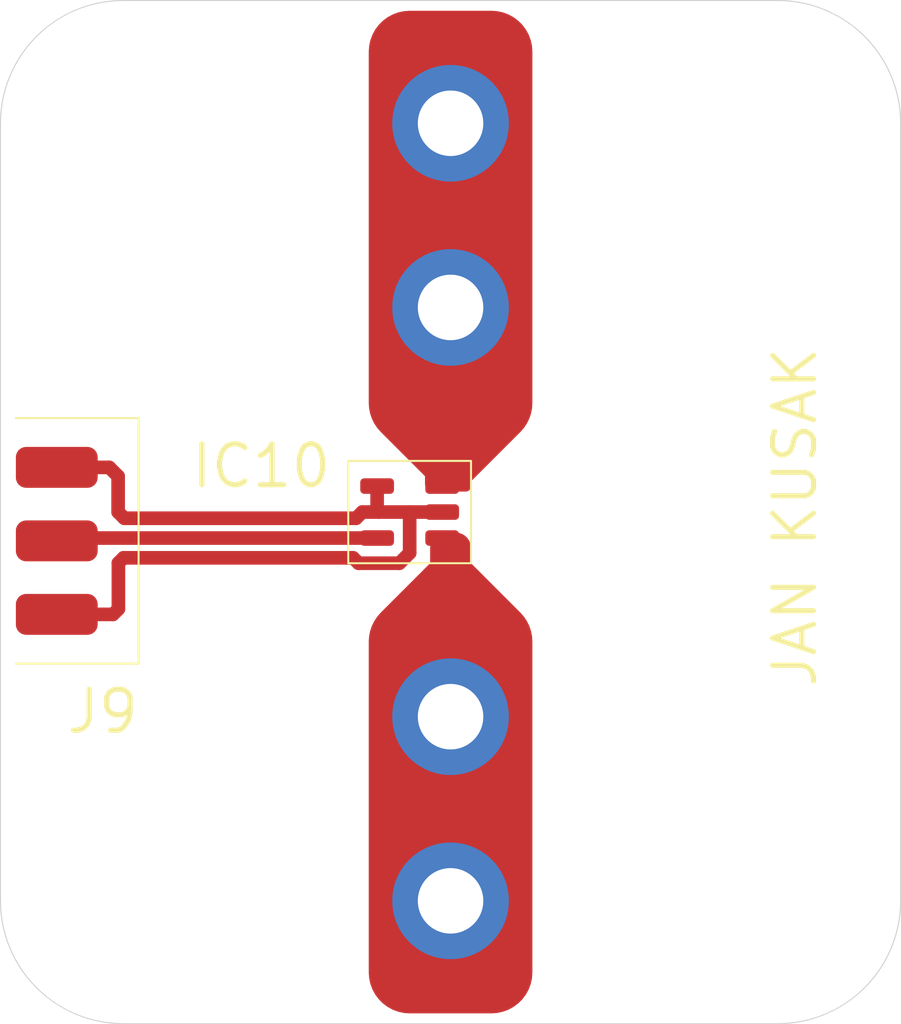
<source format=kicad_pcb>
(kicad_pcb (version 20240108) (generator "pcbnew") (generator_version "8.0")
  (layers (0 "F.Cu" signal) (31 "B.Cu" signal) (34 "B.Paste" user) (35 "F.Paste" user) (36 "B.SilkS" user "B.Silkscreen") (37 "F.SilkS" user "F.Silkscreen") (38 "B.Mask" user) (39 "F.Mask" user) (44 "Edge.Cuts" user))
  (net 0 "")
  (net 1 "Net-(IC1-PRIMARY_DOT)")
  (net 2 "GND")
  (net 3 "Net-(IC1-SECONDARY_DOT)")
  (net 4 "Net-(IC1-SECONDARY)")
  (footprint "MountingHole:MountingHole_3.2mm_M3_ISO7380_Pad" (layer "F.Cu") (at 128 58)
    (property "Reference" "H1" (hide yes))
    (property "Value" "MountingHole_Pad")
    (pad "1" thru_hole circle (at 0 0) (size 5.7 5.7) (drill 3.2) (layers "*.Cu" "*.Mask") (net 3 "Net-(IC1-SECONDARY_DOT)"))
  )
  (footprint "MountingHole:MountingHole_3.2mm_M3_ISO7380_Pad" (layer "F.Cu") (at 128 96)
    (property "Reference" "H4" (hide yes))
    (property "Value" "MountingHole_Pad")
    (pad "1" thru_hole circle (at 0 0) (size 5.7 5.7) (drill 3.2) (layers "*.Cu" "*.Mask") (net 4 "Net-(IC1-SECONDARY)"))
  )
  (footprint "ant:C1.5-52T+" (layer "F.Cu") (at 126 77 -90)
    (property "Reference" "IC10" (at -2.25 7.25 0) (layer "F.SilkS") (effects (font (size 2 2) (thickness 0.25) (bold yes))))
    (property "Value" "~")
    (fp_rect (start -2.5 -3) (end 2.5 3) (stroke (width 0.1)) (fill none) (layer "F.SilkS"))
    (pad "1" smd roundrect (at -1.27 -1.59) (size 1.65 0.76) (layers "F.Cu" "F.Paste" "F.Mask") (net 3 "Net-(IC1-SECONDARY_DOT)"))
    (pad "2" smd roundrect (at 0 -1.59) (size 1.65 0.76) (layers "F.Cu" "F.Paste" "F.Mask") (net 2 "GND"))
    (pad "3" smd roundrect (at 1.27 -1.59) (size 1.65 0.76) (layers "F.Cu" "F.Paste" "F.Mask") (net 4 "Net-(IC1-SECONDARY)"))
    (pad "4" smd roundrect (at -1.27 1.59) (size 1.65 0.76) (layers "F.Cu" "F.Paste" "F.Mask") (net 2 "GND"))
    (pad "6" smd roundrect (at 1.27 1.59) (size 1.65 0.76) (layers "F.Cu" "F.Paste" "F.Mask") (net 1 "Net-(IC1-PRIMARY_DOT)"))
  )
  (footprint "MountingHole:MountingHole_3.2mm_M3" (layer "F.Cu") (at 112 96)
    (property "Reference" "H8" (hide yes))
    (property "Value" "MountingHole" (hide yes))
    (pad "" np_thru_hole circle (at 0 0) (size 3.2 3.2) (drill 3.2) (layers "*.Cu" "*.Mask"))
  )
  (footprint "MountingHole:MountingHole_3.2mm_M3_ISO7380_Pad" (layer "F.Cu") (at 128 67)
    (property "Reference" "H2" (hide yes))
    (property "Value" "MountingHole_Pad")
    (pad "1" thru_hole circle (at 0 0) (size 5.7 5.7) (drill 3.2) (layers "*.Cu" "*.Mask") (net 3 "Net-(IC1-SECONDARY_DOT)"))
  )
  (footprint "ant:sma_diagonal" (layer "F.Cu") (at 108.75 78.4079)
    (property "Reference" "J9" (at 2.25 8.3421 0) (layer "F.SilkS") (effects (font (size 2 2) (thickness 0.25) (bold yes))))
    (property "Value" "~")
    (fp_line (start -2 -6) (end 4 -6) (stroke (width 0.1)) (layer "F.SilkS"))
    (fp_line (start 4 -6) (end 4 6) (stroke (width 0.1)) (layer "F.SilkS"))
    (fp_line (start 4 6) (end -2 6) (stroke (width 0.1)) (layer "F.SilkS"))
    (pad "1" smd roundrect (at 0 -3.5921) (size 4 2) (layers "F.Cu" "F.Paste" "F.Mask") (net 2 "GND"))
    (pad "2" smd roundrect (at 0 0) (size 4 2) (layers "F.Cu" "F.Paste" "F.Mask") (net 1 "Net-(IC1-PRIMARY_DOT)"))
    (pad "3" smd roundrect (at 0 3.5921) (size 4 2) (layers "F.Cu" "F.Paste" "F.Mask") (net 2 "GND"))
  )
  (footprint "MountingHole:MountingHole_3.2mm_M3_ISO7380_Pad" (layer "F.Cu") (at 128 87)
    (property "Reference" "H3" (hide yes))
    (property "Value" "MountingHole_Pad")
    (pad "1" thru_hole circle (at 0 0) (size 5.7 5.7) (drill 3.2) (layers "*.Cu" "*.Mask") (net 4 "Net-(IC1-SECONDARY)"))
  )
  (footprint "MountingHole:MountingHole_3.2mm_M3" (layer "F.Cu") (at 144 96)
    (property "Reference" "H" (hide yes))
    (property "Value" "MountingHole")
    (pad "" np_thru_hole circle (at 0 0) (size 3.2 3.2) (drill 3.2) (layers "*.Cu" "*.Mask"))
  )
  (footprint "MountingHole:MountingHole_3.2mm_M3" (layer "F.Cu") (at 112 58)
    (property "Reference" "H5" (hide yes))
    (property "Value" "MountingHole")
    (pad "" np_thru_hole circle (at 0 0) (size 3.2 3.2) (drill 3.2) (layers "*.Cu" "*.Mask"))
  )
  (footprint "MountingHole:MountingHole_3.2mm_M3" (layer "F.Cu") (at 144 58)
    (property "Reference" "H6" (hide yes))
    (property "Value" "MountingHole")
    (pad "" np_thru_hole circle (at 0 0) (size 3.2 3.2) (drill 3.2) (layers "*.Cu" "*.Mask"))
  )
  (gr_arc (start 112 102) (mid 107.757359 100.242641) (end 106 96) (stroke (width 0.05)) (layer "Edge.Cuts"))
  (gr_line (start 150 58) (end 150 96) (stroke (width 0.05)) (layer "Edge.Cuts"))
  (gr_line (start 144 102) (end 112 102) (stroke (width 0.05)) (layer "Edge.Cuts"))
  (gr_line (start 112 52) (end 144 52) (stroke (width 0.05)) (layer "Edge.Cuts"))
  (gr_line (start 106 96) (end 106 58) (stroke (width 0.05)) (layer "Edge.Cuts"))
  (gr_arc (start 106 58) (mid 107.757359 53.757359) (end 112 52) (stroke (width 0.05)) (layer "Edge.Cuts"))
  (gr_arc (start 144 52) (mid 148.242641 53.757359) (end 150 58) (stroke (width 0.05)) (layer "Edge.Cuts"))
  (gr_arc (start 150 96) (mid 148.242641 100.242641) (end 144 102) (stroke (width 0.05)) (layer "Edge.Cuts"))
  (gr_text "JAN KUSAK" (at 146 77.25 90) (layer "F.SilkS") (effects (font (size 2 2) (thickness 0.25)) (justify bottom)))
  (segment (start 124.41 78.27) (end 108.8879 78.27) (width 0.667) (layer "F.Cu") (net 1))
  (segment (start 108.8879 78.27) (end 108.75 78.4079) (width 0.667) (layer "F.Cu") (net 1))
  (segment (start 112.053 77.303) (end 111.75 77) (width 0.667) (layer "F.Cu") (net 2))
  (segment (start 123.237 79.237) (end 112.013 79.237) (width 0.667) (layer "F.Cu") (net 2))
  (segment (start 111.5 82) (end 108.75 82) (width 0.667) (layer "F.Cu") (net 2))
  (segment (start 111.75 77) (end 111.75 75.25) (width 0.667) (layer "F.Cu") (net 2))
  (segment (start 123.5 79.5) (end 123.237 79.237) (width 0.667) (layer "F.Cu") (net 2))
  (segment (start 125.5 79.5) (end 123.5 79.5) (width 0.667) (layer "F.Cu") (net 2))
  (segment (start 111.75 75.25) (end 111.3158 74.8158) (width 0.667) (layer "F.Cu") (net 2))
  (segment (start 124.41 75.73) (end 124.41 76.91) (width 0.667) (layer "F.Cu") (net 2))
  (segment (start 124.5 77) (end 126 77) (width 0.667) (layer "F.Cu") (net 2))
  (segment (start 111.763 81.737) (end 111.5 82) (width 0.667) (layer "F.Cu") (net 2))
  (segment (start 123.685132 77) (end 123.382132 77.303) (width 0.667) (layer "F.Cu") (net 2))
  (segment (start 124.41 76.91) (end 124.5 77) (width 0.667) (layer "F.Cu") (net 2))
  (segment (start 126 77) (end 127.59 77) (width 0.667) (layer "F.Cu") (net 2))
  (segment (start 123.382132 77.303) (end 112.053 77.303) (width 0.667) (layer "F.Cu") (net 2))
  (segment (start 126 77) (end 126 79) (width 0.667) (layer "F.Cu") (net 2))
  (segment (start 111.763 79.487) (end 111.763 81.737) (width 0.667) (layer "F.Cu") (net 2))
  (segment (start 124.5 77) (end 123.685132 77) (width 0.667) (layer "F.Cu") (net 2))
  (segment (start 112.013 79.237) (end 111.763 79.487) (width 0.667) (layer "F.Cu") (net 2))
  (segment (start 111.3158 74.8158) (end 108.75 74.8158) (width 0.667) (layer "F.Cu") (net 2))
  (segment (start 126 79) (end 125.5 79.5) (width 0.667) (layer "F.Cu") (net 2))
  (zone (net 4) (net_name "Net-(IC1-SECONDARY)") (layer "F.Cu") (priority 1) (connect_pads yes (clearance 0.6)) (min_thickness 0.3) (fill yes (thermal_gap 0.5) (thermal_bridge_width 0.5) (smoothing fillet) (radius 2))
    (polygon (pts (xy 127 78) (xy 127 79.5) (xy 124 82.5) (xy 124 101.5) (xy 132 101.5) (xy 132 82.5) (xy 129 79.5) (xy 129 78)))
  )
  (zone (net 3) (net_name "Net-(IC1-SECONDARY_DOT)") (layer "F.Cu") (connect_pads yes (clearance 0.6)) (min_thickness 0.3) (fill yes (thermal_gap 0.5) (thermal_bridge_width 0.5) (smoothing fillet) (radius 2))
    (polygon (pts (xy 124 52.5) (xy 132 52.5) (xy 132 72.5) (xy 129 75.5) (xy 129 76) (xy 126.75 76) (xy 126.75 75.25) (xy 124 72.5)))
  )
)
</source>
